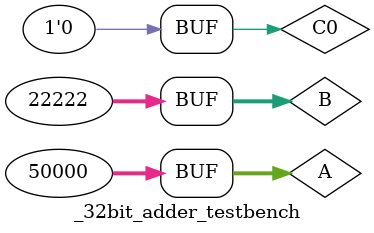
<source format=v>
module _32bit_adder_testbench();
reg [31:0] A, B;
reg C0;
wire [31:0] S;
wire C;

_32bit_adder g0 (S,C,A,B,C0);

initial begin
A = 32'd250;
B = 32'd500;
C0 = 0;
#20;

A = 32'd250;
B = 32'd500;
C0 = 1;
#20;

A = 32'd50000;
B = 32'd22222;
C0 = 0;
#20;
end

endmodule

</source>
